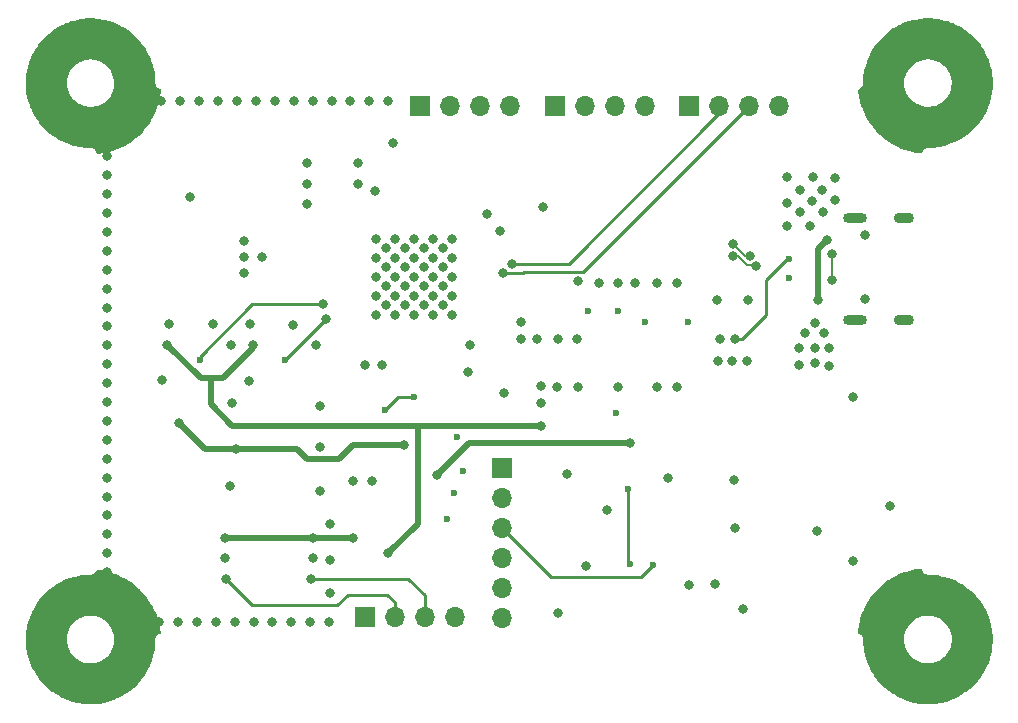
<source format=gbr>
%TF.GenerationSoftware,KiCad,Pcbnew,(6.0.4)*%
%TF.CreationDate,2023-02-18T15:55:05+01:00*%
%TF.ProjectId,Apollo - DSP,41706f6c-6c6f-4202-9d20-4453502e6b69,rev?*%
%TF.SameCoordinates,Original*%
%TF.FileFunction,Copper,L3,Inr*%
%TF.FilePolarity,Positive*%
%FSLAX46Y46*%
G04 Gerber Fmt 4.6, Leading zero omitted, Abs format (unit mm)*
G04 Created by KiCad (PCBNEW (6.0.4)) date 2023-02-18 15:55:05*
%MOMM*%
%LPD*%
G01*
G04 APERTURE LIST*
%TA.AperFunction,ComponentPad*%
%ADD10R,1.700000X1.700000*%
%TD*%
%TA.AperFunction,ComponentPad*%
%ADD11O,1.700000X1.700000*%
%TD*%
%TA.AperFunction,ComponentPad*%
%ADD12O,1.700000X0.900000*%
%TD*%
%TA.AperFunction,ComponentPad*%
%ADD13O,2.000000X0.900000*%
%TD*%
%TA.AperFunction,ViaPad*%
%ADD14C,0.800000*%
%TD*%
%TA.AperFunction,ViaPad*%
%ADD15C,0.600000*%
%TD*%
%TA.AperFunction,Conductor*%
%ADD16C,0.254000*%
%TD*%
%TA.AperFunction,Conductor*%
%ADD17C,0.508000*%
%TD*%
%TA.AperFunction,Conductor*%
%ADD18C,0.200000*%
%TD*%
G04 APERTURE END LIST*
D10*
%TO.N,3.3V*%
%TO.C,J7*%
X86700000Y-110650000D03*
D11*
%TO.N,MOSI*%
X86700000Y-113190000D03*
%TO.N,MISO*%
X86700000Y-115730000D03*
%TO.N,SCLK*%
X86700000Y-118270000D03*
%TO.N,CONN_nCS*%
X86700000Y-120810000D03*
%TO.N,GND*%
X86700000Y-123350000D03*
%TD*%
D12*
%TO.N,unconnected-(J1-PadS1)*%
%TO.C,J1*%
X120765000Y-89480000D03*
D13*
X116595000Y-89480000D03*
D12*
X120765000Y-98120000D03*
D13*
X116595000Y-98120000D03*
%TD*%
D10*
%TO.N,3.3V*%
%TO.C,J5*%
X102600000Y-80000000D03*
D11*
%TO.N,Rx*%
X105140000Y-80000000D03*
%TO.N,Tx*%
X107680000Y-80000000D03*
%TO.N,GND*%
X110220000Y-80000000D03*
%TD*%
D10*
%TO.N,+3.3VA*%
%TO.C,J6*%
X75100000Y-123300000D03*
D11*
%TO.N,CH0_IN*%
X77640000Y-123300000D03*
%TO.N,CH1_IN*%
X80180000Y-123300000D03*
%TO.N,GND*%
X82720000Y-123300000D03*
%TD*%
D10*
%TO.N,3.3V*%
%TO.C,J4*%
X79820000Y-80000000D03*
D11*
%TO.N,SDA*%
X82360000Y-80000000D03*
%TO.N,SCL*%
X84900000Y-80000000D03*
%TO.N,GND*%
X87440000Y-80000000D03*
%TD*%
D10*
%TO.N,3.3V*%
%TO.C,J2*%
X91200000Y-80000000D03*
D11*
%TO.N,SWCLK*%
X93740000Y-80000000D03*
%TO.N,SWDIO*%
X96280000Y-80000000D03*
%TO.N,GND*%
X98820000Y-80000000D03*
%TD*%
D14*
%TO.N,GND*%
X76100000Y-94500000D03*
X77700000Y-96100000D03*
X116430000Y-118570000D03*
X93125000Y-103787500D03*
X86900000Y-104300000D03*
X81700000Y-95300000D03*
X53300000Y-101900000D03*
X119676371Y-81294459D03*
X76900000Y-93700000D03*
X80900000Y-94500000D03*
X114400000Y-102022500D03*
X53300000Y-114700000D03*
X53300000Y-90700000D03*
X79300000Y-92900000D03*
X112800000Y-90222500D03*
X122876371Y-73594459D03*
X114900000Y-88022500D03*
X53300000Y-108300000D03*
X64300000Y-79600000D03*
X81700000Y-93700000D03*
X125900000Y-121900000D03*
X53300000Y-105100000D03*
X118376371Y-78094459D03*
X71300000Y-112600000D03*
X80900000Y-91300000D03*
X113400000Y-116000000D03*
X54805541Y-125176371D03*
X77700000Y-91300000D03*
X79300000Y-92900000D03*
X80900000Y-92900000D03*
X100800000Y-111500000D03*
X79300000Y-96100000D03*
X82500000Y-97700000D03*
X102600000Y-120600000D03*
X65270000Y-103330000D03*
D15*
X82684197Y-112792851D03*
D14*
X53300000Y-95500000D03*
X48700000Y-74900000D03*
X111900000Y-100522500D03*
X77100000Y-79600000D03*
X80100000Y-95300000D03*
X53300000Y-95500000D03*
X79300000Y-91300000D03*
X70200000Y-88300000D03*
X53300000Y-100300000D03*
X112000000Y-89022500D03*
X79300000Y-97700000D03*
X80100000Y-96900000D03*
X63270000Y-118330000D03*
X119576371Y-74994459D03*
X82500000Y-92900000D03*
X65400000Y-98500000D03*
X80900000Y-92900000D03*
X80900000Y-97700000D03*
X79300000Y-92900000D03*
X79300000Y-94500000D03*
X51900000Y-128100000D03*
X78500000Y-96900000D03*
X106400000Y-111700000D03*
X53300000Y-93900000D03*
X78500000Y-92100000D03*
X62700000Y-79600000D03*
X78500000Y-95300000D03*
X70700000Y-79600000D03*
X60300000Y-87700000D03*
X54800000Y-78100000D03*
X71300000Y-108900000D03*
X77700000Y-91300000D03*
X53300000Y-111500000D03*
X48700000Y-122000000D03*
X67300000Y-123700000D03*
X48800000Y-128500000D03*
X82500000Y-94500000D03*
X77700000Y-97700000D03*
X79300000Y-96100000D03*
X77700000Y-94500000D03*
X122776371Y-129694459D03*
D15*
X94037500Y-97412500D03*
D14*
X59500000Y-79600000D03*
X53300000Y-92300000D03*
X62500000Y-123700000D03*
X122900000Y-75200000D03*
X112950000Y-88072500D03*
D15*
X111000000Y-94622500D03*
D14*
X93875000Y-118975000D03*
X76100000Y-94500000D03*
X76100000Y-92900000D03*
X77100000Y-79600000D03*
X77700000Y-96100000D03*
D15*
X96525000Y-97412500D03*
D14*
X70770000Y-118330000D03*
X82500000Y-96100000D03*
X113850000Y-87172500D03*
X48800000Y-81400000D03*
X90000000Y-103750000D03*
X119600000Y-113900000D03*
X106212500Y-101587500D03*
X110900000Y-86022500D03*
X48994459Y-125223629D03*
X80100000Y-93700000D03*
X80900000Y-94500000D03*
X117497536Y-90997536D03*
X73900000Y-79600000D03*
X107100000Y-122600000D03*
X107537500Y-96487500D03*
X80900000Y-94500000D03*
X55100000Y-128400000D03*
X55100000Y-122000000D03*
X116420000Y-104680000D03*
X73900000Y-79600000D03*
X80900000Y-96100000D03*
X125800000Y-78100000D03*
X76100000Y-92900000D03*
X126000000Y-128400000D03*
X51876371Y-122294459D03*
X76900000Y-92100000D03*
X90000000Y-105150000D03*
X98025000Y-95012500D03*
X104937500Y-96487500D03*
X72100000Y-123700000D03*
X51900000Y-120700000D03*
X76100000Y-91300000D03*
X76100000Y-96100000D03*
X64900000Y-92800000D03*
X53300000Y-85900000D03*
X77700000Y-94500000D03*
X71300000Y-105400000D03*
X92200000Y-111200000D03*
X55100000Y-74900000D03*
X69100000Y-79600000D03*
X114400000Y-100522500D03*
X53300000Y-98700000D03*
X57970000Y-103230000D03*
X101525000Y-95012500D03*
X77700000Y-92900000D03*
X80900000Y-91300000D03*
X99825000Y-95012500D03*
X114000000Y-99222500D03*
X113900000Y-89022500D03*
X94925000Y-95012500D03*
X53300000Y-89100000D03*
X118300000Y-125200000D03*
X76100000Y-97700000D03*
X61100000Y-79600000D03*
X66413864Y-92796187D03*
X110900000Y-90222500D03*
X126076371Y-81294459D03*
X64100000Y-123700000D03*
X81700000Y-92100000D03*
X120000000Y-78100000D03*
X64900000Y-91500000D03*
X76000000Y-87200000D03*
X53300000Y-105100000D03*
X64300000Y-79600000D03*
X59300000Y-123700000D03*
X80900000Y-97700000D03*
X79300000Y-91300000D03*
X76100000Y-96100000D03*
X53300000Y-98700000D03*
X77700000Y-94500000D03*
X62300000Y-98500000D03*
X77700000Y-92900000D03*
X77700000Y-97700000D03*
X79300000Y-94500000D03*
X86600000Y-90600000D03*
X80900000Y-92900000D03*
X76900000Y-96900000D03*
X72300000Y-79600000D03*
X53300000Y-116300000D03*
X122876371Y-82594459D03*
X47400000Y-125200000D03*
X60900000Y-123700000D03*
X96525000Y-103787500D03*
D15*
X83400000Y-110900000D03*
D14*
X77700000Y-96100000D03*
X111900000Y-101922500D03*
X79300000Y-96100000D03*
X74100000Y-111772500D03*
X114900000Y-86122500D03*
X112350000Y-99272500D03*
X53300000Y-97100000D03*
X79300000Y-92900000D03*
X79300000Y-96100000D03*
X81700000Y-96900000D03*
X72200000Y-118500000D03*
X65700000Y-123700000D03*
X77700000Y-96100000D03*
X113200000Y-98422500D03*
X63900000Y-105200000D03*
X104800000Y-120500000D03*
X113200000Y-101822500D03*
D15*
X82900000Y-108100000D03*
X82100000Y-115000000D03*
D14*
X127376371Y-78094459D03*
X75500000Y-79600000D03*
X53300000Y-93900000D03*
X119600000Y-122000000D03*
X122776371Y-122294459D03*
X53300000Y-92300000D03*
X53300000Y-97100000D03*
X77700000Y-92900000D03*
X70700000Y-79600000D03*
X70200000Y-86600000D03*
X58500000Y-98500000D03*
X75500000Y-79600000D03*
X80900000Y-92900000D03*
X57900000Y-79600000D03*
X80100000Y-92100000D03*
X53300000Y-119500000D03*
X119600000Y-128400000D03*
X67500000Y-79600000D03*
X101525000Y-103787500D03*
X64300000Y-79600000D03*
X56400000Y-78100000D03*
X51876371Y-129694459D03*
X48994459Y-78123629D03*
X93125000Y-94812500D03*
X70700000Y-79600000D03*
X117500000Y-96400000D03*
X78500000Y-93700000D03*
X70500000Y-123700000D03*
X122900000Y-81000000D03*
X64900000Y-94200000D03*
X113100000Y-86022500D03*
X79300000Y-97700000D03*
X107512500Y-101587500D03*
X79300000Y-94500000D03*
X51900000Y-81000000D03*
X72200000Y-115400000D03*
X125700000Y-125200000D03*
X126076371Y-74894459D03*
X77100000Y-79600000D03*
X80900000Y-96100000D03*
X77700000Y-92900000D03*
X53300000Y-84300000D03*
X122800000Y-128100000D03*
X82500000Y-92900000D03*
X91500000Y-123000000D03*
X63700000Y-112200000D03*
X80900000Y-96100000D03*
D15*
X96425000Y-105987500D03*
D14*
X99825000Y-103787500D03*
X113200000Y-100522500D03*
X63770000Y-100230000D03*
X77700000Y-94500000D03*
X53300000Y-90700000D03*
X72300000Y-79600000D03*
X79300000Y-94500000D03*
X75700000Y-111772500D03*
X69000000Y-98600000D03*
X56400000Y-125200000D03*
X57700000Y-123700000D03*
X80900000Y-94500000D03*
X91425000Y-103787500D03*
X77500000Y-83200000D03*
X53300000Y-106700000D03*
X110900000Y-88222500D03*
X83862500Y-102562500D03*
X47400000Y-78100000D03*
X53300000Y-87500000D03*
X127294459Y-125223629D03*
X96525000Y-95012500D03*
X53300000Y-109900000D03*
X112000000Y-87122500D03*
X119894459Y-125223629D03*
X72200000Y-121300000D03*
X70200000Y-84900000D03*
X53300000Y-117900000D03*
X65900000Y-79600000D03*
X51900000Y-82600000D03*
X70970000Y-100230000D03*
X104987500Y-101587500D03*
X76900000Y-95300000D03*
X53300000Y-103500000D03*
X82500000Y-91300000D03*
X51876371Y-75194459D03*
X82500000Y-96100000D03*
X75100000Y-102000000D03*
X53300000Y-113100000D03*
X68900000Y-123700000D03*
X51900000Y-73600000D03*
X55100000Y-81300000D03*
X82500000Y-94500000D03*
X80900000Y-96100000D03*
X122800000Y-120700000D03*
D15*
%TO.N,+5V*%
X102510000Y-98312500D03*
X111000000Y-93022500D03*
X98812500Y-98325000D03*
D14*
X105200000Y-99722500D03*
X106500000Y-99722500D03*
%TO.N,3.3V*%
X93100000Y-99800000D03*
X90200000Y-88600000D03*
X91500000Y-99800000D03*
X85500000Y-89200000D03*
X74500000Y-84900000D03*
X106500000Y-115724500D03*
X84000000Y-100300000D03*
X95600000Y-114200000D03*
X76600000Y-102000000D03*
X74500000Y-86600000D03*
X88300000Y-99722500D03*
X89700000Y-99722500D03*
X88300000Y-98322500D03*
%TO.N,VAA*%
X70770000Y-116630000D03*
X74100000Y-116572500D03*
X63270000Y-116630000D03*
%TO.N,+5VA*%
X97600000Y-108600000D03*
X78400000Y-108700000D03*
X81200000Y-111300000D03*
X64200000Y-109100000D03*
X59400000Y-106900000D03*
%TO.N,+3.3VA*%
X77100000Y-117900000D03*
X65670000Y-100230000D03*
X90000000Y-107100000D03*
X58370000Y-100230000D03*
%TO.N,USB_CONN_-*%
X114700000Y-94749500D03*
X114700000Y-92600000D03*
%TO.N,CH1_IN*%
X70600000Y-120100000D03*
%TO.N,CH0_IN*%
X63400000Y-120100000D03*
%TO.N,USB_D-*%
X106300000Y-92700000D03*
X108200000Y-93600000D03*
%TO.N,USB_D+*%
X106300000Y-91700497D03*
X107712770Y-92723527D03*
%TO.N,ADC_CH1_IN*%
X71800000Y-98100000D03*
D15*
X68332500Y-101567500D03*
D14*
%TO.N,ADC_CH0_IN*%
X71600000Y-96800000D03*
D15*
X61122500Y-101582500D03*
%TO.N,MISO*%
X99500000Y-118900000D03*
D14*
%TO.N,Rx*%
X87606930Y-93408910D03*
%TO.N,Tx*%
X86800000Y-94200000D03*
%TO.N,/POW*%
X114225000Y-91400000D03*
X113500000Y-96422500D03*
D15*
%TO.N,RAM_nCS*%
X97400000Y-112500000D03*
X97600000Y-118800000D03*
%TO.N,CONN_nCS*%
X79276500Y-104681286D03*
X76800000Y-105800000D03*
%TD*%
D16*
%TO.N,+5V*%
X109100000Y-97700000D02*
X107077500Y-99722500D01*
X110877500Y-93022500D02*
X109100000Y-94800000D01*
X109100000Y-94800000D02*
X109100000Y-97700000D01*
X107077500Y-99722500D02*
X106500000Y-99722500D01*
X111000000Y-93022500D02*
X110877500Y-93022500D01*
D17*
%TO.N,VAA*%
X70827500Y-116572500D02*
X70770000Y-116630000D01*
X74100000Y-116572500D02*
X70827500Y-116572500D01*
X70770000Y-116630000D02*
X63270000Y-116630000D01*
%TO.N,+5VA*%
X72900000Y-109900000D02*
X74100000Y-108700000D01*
X69400000Y-109100000D02*
X70200000Y-109900000D01*
X59400000Y-106900000D02*
X61600000Y-109100000D01*
X81200000Y-111300000D02*
X83900000Y-108600000D01*
X70200000Y-109900000D02*
X72900000Y-109900000D01*
X83900000Y-108600000D02*
X97600000Y-108600000D01*
X61600000Y-109100000D02*
X64200000Y-109100000D01*
X74100000Y-108700000D02*
X78400000Y-108700000D01*
X64200000Y-109100000D02*
X69400000Y-109100000D01*
%TO.N,+3.3VA*%
X90000000Y-107100000D02*
X79500000Y-107100000D01*
X58370000Y-100230000D02*
X61240000Y-103100000D01*
X79600000Y-107200000D02*
X79500000Y-107100000D01*
X62100000Y-105300000D02*
X62100000Y-103100000D01*
X65670000Y-100530000D02*
X65670000Y-100230000D01*
X63100000Y-103100000D02*
X65670000Y-100530000D01*
X62000000Y-103100000D02*
X62100000Y-103100000D01*
X79500000Y-107100000D02*
X63900000Y-107100000D01*
X79600000Y-115400000D02*
X79600000Y-107200000D01*
X77100000Y-117900000D02*
X79600000Y-115400000D01*
X63900000Y-107100000D02*
X62100000Y-105300000D01*
X61240000Y-103100000D02*
X62000000Y-103100000D01*
X62100000Y-103100000D02*
X63100000Y-103100000D01*
D18*
%TO.N,USB_CONN_-*%
X114700000Y-92600000D02*
X114700000Y-94749500D01*
D16*
%TO.N,CH1_IN*%
X78800000Y-120100000D02*
X70600000Y-120100000D01*
X80180000Y-123300000D02*
X80180000Y-121480000D01*
X80180000Y-121480000D02*
X78800000Y-120100000D01*
%TO.N,CH0_IN*%
X77000000Y-121400000D02*
X73700000Y-121400000D01*
X77640000Y-123300000D02*
X77640000Y-122040000D01*
X73700000Y-121400000D02*
X72800000Y-122300000D01*
X77640000Y-122040000D02*
X77000000Y-121400000D01*
X72800000Y-122300000D02*
X65600000Y-122300000D01*
X65600000Y-122300000D02*
X63400000Y-120100000D01*
D18*
%TO.N,USB_D-*%
X106699984Y-92700000D02*
X106300000Y-92700000D01*
X108100000Y-93500000D02*
X107499984Y-93500000D01*
X107499984Y-93500000D02*
X106699984Y-92700000D01*
%TO.N,USB_D+*%
X107712770Y-92723527D02*
X107323030Y-92723527D01*
X107323030Y-92723527D02*
X106300000Y-91700497D01*
D16*
%TO.N,ADC_CH1_IN*%
X71800000Y-98100000D02*
X68332500Y-101567500D01*
%TO.N,ADC_CH0_IN*%
X71600000Y-96800000D02*
X65600000Y-96800000D01*
X65600000Y-96800000D02*
X61122500Y-101277500D01*
X61122500Y-101277500D02*
X61122500Y-101582500D01*
%TO.N,MISO*%
X90870000Y-119900000D02*
X98500000Y-119900000D01*
X98500000Y-119900000D02*
X99500000Y-118900000D01*
X86700000Y-115730000D02*
X90870000Y-119900000D01*
%TO.N,Rx*%
X105140000Y-80660000D02*
X105140000Y-80000000D01*
X92391090Y-93408910D02*
X105140000Y-80660000D01*
X87606930Y-93408910D02*
X92391090Y-93408910D01*
%TO.N,Tx*%
X86800000Y-94200000D02*
X88500000Y-94200000D01*
X88614011Y-94085989D02*
X93594011Y-94085989D01*
X93594011Y-94085989D02*
X107680000Y-80000000D01*
X88500000Y-94200000D02*
X88614011Y-94085989D01*
D17*
%TO.N,/POW*%
X113500000Y-96422500D02*
X113500000Y-92125000D01*
X113500000Y-92125000D02*
X114225000Y-91400000D01*
D16*
%TO.N,RAM_nCS*%
X97400000Y-118600000D02*
X97400000Y-112500000D01*
X97600000Y-118800000D02*
X97400000Y-118600000D01*
%TO.N,CONN_nCS*%
X76800000Y-105800000D02*
X77918714Y-104681286D01*
X77918714Y-104681286D02*
X79276500Y-104681286D01*
%TD*%
%TA.AperFunction,Conductor*%
%TO.N,GND*%
G36*
X52579550Y-119335604D02*
G01*
X52651493Y-119341772D01*
X52661518Y-119343038D01*
X52747154Y-119357369D01*
X53124249Y-119420474D01*
X53134148Y-119422542D01*
X53589186Y-119536839D01*
X53598888Y-119539695D01*
X54043274Y-119690112D01*
X54052716Y-119693736D01*
X54265610Y-119785422D01*
X54483638Y-119879320D01*
X54492741Y-119883682D01*
X54907375Y-120103219D01*
X54916116Y-120108306D01*
X55311806Y-120360389D01*
X55320110Y-120366160D01*
X55552727Y-120542086D01*
X55694325Y-120649176D01*
X55702128Y-120655586D01*
X55987730Y-120910048D01*
X56052423Y-120967687D01*
X56059698Y-120974712D01*
X56383838Y-121313906D01*
X56390526Y-121321492D01*
X56649079Y-121639640D01*
X56686419Y-121685587D01*
X56692473Y-121693679D01*
X56958221Y-122080346D01*
X56963602Y-122088892D01*
X57197481Y-122495621D01*
X57202166Y-122504583D01*
X57402662Y-122928734D01*
X57406610Y-122938034D01*
X57572455Y-123376930D01*
X57575646Y-123386524D01*
X57679376Y-123745900D01*
X57705752Y-123837283D01*
X57708165Y-123847105D01*
X57801704Y-124306869D01*
X57803320Y-124316851D01*
X57834605Y-124575372D01*
X57822932Y-124645400D01*
X57775251Y-124698002D01*
X57755693Y-124706657D01*
X57755813Y-124706920D01*
X57732438Y-124717548D01*
X57714914Y-124723996D01*
X57690229Y-124731051D01*
X57682635Y-124735843D01*
X57682632Y-124735844D01*
X57665220Y-124746830D01*
X57650137Y-124754969D01*
X57623218Y-124767208D01*
X57616416Y-124773069D01*
X57603765Y-124783970D01*
X57588761Y-124795073D01*
X57567042Y-124808776D01*
X57561103Y-124815501D01*
X57561099Y-124815504D01*
X57547468Y-124830938D01*
X57535276Y-124842982D01*
X57519673Y-124856427D01*
X57519671Y-124856430D01*
X57512873Y-124862287D01*
X57507993Y-124869816D01*
X57507992Y-124869817D01*
X57498906Y-124883835D01*
X57487615Y-124898709D01*
X57476569Y-124911217D01*
X57470622Y-124917951D01*
X57466478Y-124926778D01*
X57458058Y-124944711D01*
X57449737Y-124959691D01*
X57438529Y-124976983D01*
X57438527Y-124976988D01*
X57433648Y-124984515D01*
X57431078Y-124993108D01*
X57431076Y-124993113D01*
X57426289Y-125009120D01*
X57419628Y-125026564D01*
X57408719Y-125049800D01*
X57407338Y-125058667D01*
X57407338Y-125058668D01*
X57404170Y-125079015D01*
X57400387Y-125095732D01*
X57394485Y-125115466D01*
X57394484Y-125115472D01*
X57391914Y-125124066D01*
X57391859Y-125133038D01*
X57391859Y-125133039D01*
X57391757Y-125149740D01*
X57390259Y-125168354D01*
X57387690Y-125184850D01*
X57387690Y-125184855D01*
X57386309Y-125193724D01*
X57389027Y-125214510D01*
X57389979Y-125236140D01*
X57373280Y-125632792D01*
X57372292Y-125656253D01*
X57371403Y-125666804D01*
X57356291Y-125785895D01*
X57314578Y-126114603D01*
X57312802Y-126125053D01*
X57218546Y-126566464D01*
X57215898Y-126576728D01*
X57087173Y-127001077D01*
X57084878Y-127008641D01*
X57081379Y-127018643D01*
X57030831Y-127145688D01*
X56914507Y-127438050D01*
X56910177Y-127447725D01*
X56708658Y-127851594D01*
X56703531Y-127860871D01*
X56468772Y-128246386D01*
X56462883Y-128255199D01*
X56373302Y-128377773D01*
X56196553Y-128619618D01*
X56189960Y-128627886D01*
X55893932Y-128968642D01*
X55886650Y-128976344D01*
X55563048Y-129290993D01*
X55555145Y-129298056D01*
X55206231Y-129584403D01*
X55197761Y-129590777D01*
X54826028Y-129846774D01*
X54817057Y-129852412D01*
X54425106Y-130076268D01*
X54415692Y-130081131D01*
X54006305Y-130271255D01*
X53996529Y-130275304D01*
X53845810Y-130330428D01*
X53572624Y-130430342D01*
X53562525Y-130433561D01*
X53127095Y-130552419D01*
X53116761Y-130554778D01*
X52954313Y-130584729D01*
X52672862Y-130636621D01*
X52662375Y-130638100D01*
X52486018Y-130655470D01*
X52213198Y-130682340D01*
X52202615Y-130682935D01*
X51971188Y-130686181D01*
X51751273Y-130689266D01*
X51740691Y-130688968D01*
X51536640Y-130674636D01*
X51290449Y-130657343D01*
X51279916Y-130656157D01*
X50916572Y-130599653D01*
X50833898Y-130586796D01*
X50823509Y-130584730D01*
X50384898Y-130478126D01*
X50374725Y-130475195D01*
X50158523Y-130402930D01*
X49946646Y-130332110D01*
X49936743Y-130328330D01*
X49768812Y-130255996D01*
X49522190Y-130149766D01*
X49512658Y-130145175D01*
X49114582Y-129932398D01*
X49105464Y-129927021D01*
X48726667Y-129681531D01*
X48718028Y-129675400D01*
X48652175Y-129624378D01*
X48361226Y-129398956D01*
X48353132Y-129392121D01*
X48243115Y-129290993D01*
X48020822Y-129086661D01*
X48013339Y-129079178D01*
X47707874Y-128746863D01*
X47701040Y-128738769D01*
X47557149Y-128553050D01*
X47424597Y-128381967D01*
X47418466Y-128373328D01*
X47172983Y-127994542D01*
X47167598Y-127985412D01*
X46954825Y-127587342D01*
X46950230Y-127577801D01*
X46771670Y-127163257D01*
X46767890Y-127153354D01*
X46670647Y-126862424D01*
X46624805Y-126725275D01*
X46621872Y-126715096D01*
X46617243Y-126696048D01*
X46515270Y-126276491D01*
X46513203Y-126266099D01*
X46443843Y-125820084D01*
X46442657Y-125809551D01*
X46417565Y-125452320D01*
X46411032Y-125359309D01*
X46410734Y-125348721D01*
X46412264Y-125239686D01*
X46413116Y-125178918D01*
X49886917Y-125178918D01*
X49887334Y-125186156D01*
X49902682Y-125452320D01*
X49955405Y-125721053D01*
X49956792Y-125725103D01*
X49956793Y-125725108D01*
X50042723Y-125976088D01*
X50044112Y-125980144D01*
X50073238Y-126038054D01*
X50142837Y-126176437D01*
X50167160Y-126224799D01*
X50169586Y-126228328D01*
X50169589Y-126228334D01*
X50319843Y-126446953D01*
X50322274Y-126450490D01*
X50506582Y-126653043D01*
X50716675Y-126828707D01*
X50720316Y-126830991D01*
X50945024Y-126971951D01*
X50945028Y-126971953D01*
X50948664Y-126974234D01*
X51016544Y-127004883D01*
X51194345Y-127085164D01*
X51194349Y-127085166D01*
X51198257Y-127086930D01*
X51202377Y-127088150D01*
X51202376Y-127088150D01*
X51456723Y-127163491D01*
X51456727Y-127163492D01*
X51460836Y-127164709D01*
X51465070Y-127165357D01*
X51465075Y-127165358D01*
X51727298Y-127205483D01*
X51727300Y-127205483D01*
X51731540Y-127206132D01*
X51870912Y-127208322D01*
X52001071Y-127210367D01*
X52001077Y-127210367D01*
X52005362Y-127210434D01*
X52277235Y-127177534D01*
X52542127Y-127108041D01*
X52546087Y-127106401D01*
X52546092Y-127106399D01*
X52753708Y-127020401D01*
X52795136Y-127003241D01*
X53031582Y-126865073D01*
X53247089Y-126696094D01*
X53288809Y-126653043D01*
X53372709Y-126566464D01*
X53437669Y-126499431D01*
X53440202Y-126495983D01*
X53440206Y-126495978D01*
X53597257Y-126282178D01*
X53599795Y-126278723D01*
X53627154Y-126228334D01*
X53728418Y-126041830D01*
X53728419Y-126041828D01*
X53730468Y-126038054D01*
X53812832Y-125820084D01*
X53825751Y-125785895D01*
X53825752Y-125785891D01*
X53827269Y-125781877D01*
X53868173Y-125603279D01*
X53887449Y-125519117D01*
X53887450Y-125519113D01*
X53888407Y-125514933D01*
X53896910Y-125419665D01*
X53912531Y-125244627D01*
X53912531Y-125244625D01*
X53912751Y-125242161D01*
X53913166Y-125202626D01*
X53913167Y-125202484D01*
X53913167Y-125202483D01*
X53913193Y-125200000D01*
X53908440Y-125130279D01*
X53894859Y-124931055D01*
X53894858Y-124931049D01*
X53894567Y-124926778D01*
X53891345Y-124911217D01*
X53855026Y-124735844D01*
X53839032Y-124658612D01*
X53747617Y-124400465D01*
X53622013Y-124157112D01*
X53612040Y-124142921D01*
X53499813Y-123983239D01*
X53464545Y-123933057D01*
X53278125Y-123732445D01*
X53274810Y-123729731D01*
X53274806Y-123729728D01*
X53069523Y-123561706D01*
X53066205Y-123558990D01*
X52832704Y-123415901D01*
X52828768Y-123414173D01*
X52585873Y-123307549D01*
X52585869Y-123307548D01*
X52581945Y-123305825D01*
X52318566Y-123230800D01*
X52314324Y-123230196D01*
X52314318Y-123230195D01*
X52113834Y-123201662D01*
X52047443Y-123192213D01*
X51903589Y-123191460D01*
X51777877Y-123190802D01*
X51777871Y-123190802D01*
X51773591Y-123190780D01*
X51769347Y-123191339D01*
X51769343Y-123191339D01*
X51650302Y-123207011D01*
X51502078Y-123226525D01*
X51497938Y-123227658D01*
X51497936Y-123227658D01*
X51425008Y-123247609D01*
X51237928Y-123298788D01*
X51233980Y-123300472D01*
X50989982Y-123404546D01*
X50989978Y-123404548D01*
X50986030Y-123406232D01*
X50966125Y-123418145D01*
X50754725Y-123544664D01*
X50754721Y-123544667D01*
X50751043Y-123546868D01*
X50537318Y-123718094D01*
X50348808Y-123916742D01*
X50189002Y-124139136D01*
X50060857Y-124381161D01*
X50059385Y-124385184D01*
X50059383Y-124385188D01*
X50016872Y-124501355D01*
X49966743Y-124638337D01*
X49908404Y-124905907D01*
X49886917Y-125178918D01*
X46413116Y-125178918D01*
X46415041Y-125041676D01*
X46417065Y-124897385D01*
X46417660Y-124886802D01*
X46455623Y-124501355D01*
X46461900Y-124437625D01*
X46463380Y-124427133D01*
X46485554Y-124306869D01*
X46545222Y-123983239D01*
X46547581Y-123972905D01*
X46666439Y-123537475D01*
X46669658Y-123527376D01*
X46824692Y-123103480D01*
X46828748Y-123093687D01*
X47018867Y-122684311D01*
X47023732Y-122674894D01*
X47071256Y-122591684D01*
X47247588Y-122282943D01*
X47253226Y-122273972D01*
X47509223Y-121902239D01*
X47515597Y-121893769D01*
X47801944Y-121544855D01*
X47809007Y-121536952D01*
X48123656Y-121213350D01*
X48131358Y-121206068D01*
X48472114Y-120910040D01*
X48480382Y-120903447D01*
X48711178Y-120734773D01*
X48844801Y-120637117D01*
X48853614Y-120631228D01*
X49239129Y-120396469D01*
X49248406Y-120391342D01*
X49652275Y-120189823D01*
X49661950Y-120185493D01*
X50081354Y-120018622D01*
X50091355Y-120015123D01*
X50523272Y-119884102D01*
X50533536Y-119881454D01*
X50974947Y-119787198D01*
X50985397Y-119785422D01*
X51066149Y-119775175D01*
X51433196Y-119728597D01*
X51443736Y-119727709D01*
X51669822Y-119718191D01*
X51856403Y-119710336D01*
X51881084Y-119711723D01*
X51884852Y-119712310D01*
X51884855Y-119712310D01*
X51893724Y-119713691D01*
X51923050Y-119709856D01*
X51940143Y-119708795D01*
X51969721Y-119708976D01*
X51994404Y-119701921D01*
X52012692Y-119698134D01*
X52015651Y-119697747D01*
X52038152Y-119694805D01*
X52046364Y-119691192D01*
X52046366Y-119691191D01*
X52065226Y-119682892D01*
X52081338Y-119677075D01*
X52109771Y-119668949D01*
X52131489Y-119655245D01*
X52147972Y-119646482D01*
X52163258Y-119639756D01*
X52163257Y-119639756D01*
X52171474Y-119636141D01*
X52194109Y-119617114D01*
X52207950Y-119607003D01*
X52225365Y-119596015D01*
X52225367Y-119596014D01*
X52232958Y-119591224D01*
X52249953Y-119571981D01*
X52263313Y-119558943D01*
X52282973Y-119542417D01*
X52287944Y-119534950D01*
X52287948Y-119534945D01*
X52299365Y-119517793D01*
X52309803Y-119504214D01*
X52329378Y-119482049D01*
X52340289Y-119458810D01*
X52349451Y-119442547D01*
X52363684Y-119421166D01*
X52366362Y-119412595D01*
X52370224Y-119404498D01*
X52372423Y-119405547D01*
X52404569Y-119357369D01*
X52469647Y-119328991D01*
X52496194Y-119328458D01*
X52579550Y-119335604D01*
G37*
%TD.AperFunction*%
%TD*%
%TA.AperFunction,Conductor*%
%TO.N,GND*%
G36*
X51971188Y-72613819D02*
G01*
X52202615Y-72617065D01*
X52213198Y-72617660D01*
X52467001Y-72642657D01*
X52662375Y-72661900D01*
X52672862Y-72663379D01*
X52943097Y-72713203D01*
X53116761Y-72745222D01*
X53127095Y-72747581D01*
X53562525Y-72866439D01*
X53572624Y-72869658D01*
X53806125Y-72955058D01*
X53996529Y-73024696D01*
X54006305Y-73028745D01*
X54272415Y-73152329D01*
X54415689Y-73218867D01*
X54425102Y-73223730D01*
X54677002Y-73367598D01*
X54817053Y-73447586D01*
X54826028Y-73453226D01*
X55197761Y-73709223D01*
X55206231Y-73715597D01*
X55555145Y-74001944D01*
X55563048Y-74009007D01*
X55886650Y-74323656D01*
X55893928Y-74331354D01*
X56189960Y-74672114D01*
X56196553Y-74680382D01*
X56351093Y-74891838D01*
X56462883Y-75044801D01*
X56468772Y-75053614D01*
X56703531Y-75439129D01*
X56708658Y-75448406D01*
X56910177Y-75852275D01*
X56914507Y-75861950D01*
X57006123Y-76092213D01*
X57048077Y-76197656D01*
X57081378Y-76281354D01*
X57084877Y-76291355D01*
X57183180Y-76615417D01*
X57215898Y-76723272D01*
X57218546Y-76733536D01*
X57312802Y-77174947D01*
X57314578Y-77185397D01*
X57361939Y-77558612D01*
X57371402Y-77633185D01*
X57372291Y-77643736D01*
X57379997Y-77826778D01*
X57389664Y-78056403D01*
X57388277Y-78081084D01*
X57387948Y-78083200D01*
X57386309Y-78093724D01*
X57390144Y-78123050D01*
X57391205Y-78140143D01*
X57391024Y-78169721D01*
X57393490Y-78178349D01*
X57398078Y-78194400D01*
X57401866Y-78212692D01*
X57405195Y-78238152D01*
X57408808Y-78246364D01*
X57408809Y-78246366D01*
X57417108Y-78265226D01*
X57422925Y-78281338D01*
X57431051Y-78309771D01*
X57444755Y-78331489D01*
X57453517Y-78347971D01*
X57463859Y-78371474D01*
X57469634Y-78378344D01*
X57482886Y-78394109D01*
X57492997Y-78407950D01*
X57497403Y-78414933D01*
X57508776Y-78432958D01*
X57515504Y-78438900D01*
X57528019Y-78449953D01*
X57541057Y-78463313D01*
X57557583Y-78482973D01*
X57565050Y-78487944D01*
X57565055Y-78487948D01*
X57582207Y-78499365D01*
X57595786Y-78509803D01*
X57617951Y-78529378D01*
X57626077Y-78533193D01*
X57626080Y-78533195D01*
X57641189Y-78540288D01*
X57657453Y-78549451D01*
X57678834Y-78563684D01*
X57707071Y-78572506D01*
X57723026Y-78578711D01*
X57749800Y-78591281D01*
X57758671Y-78592662D01*
X57762955Y-78593972D01*
X57822251Y-78633016D01*
X57851026Y-78697920D01*
X57851882Y-78722159D01*
X57849266Y-78764931D01*
X57848244Y-78774993D01*
X57782136Y-79239483D01*
X57780310Y-79249429D01*
X57677168Y-79707109D01*
X57674551Y-79716878D01*
X57535030Y-80164830D01*
X57531642Y-80174345D01*
X57356650Y-80609651D01*
X57352505Y-80618875D01*
X57249254Y-80825966D01*
X57153982Y-81017053D01*
X57143160Y-81038758D01*
X57138292Y-81047612D01*
X56895944Y-81449358D01*
X56890376Y-81457801D01*
X56616603Y-81838795D01*
X56610377Y-81846764D01*
X56306931Y-82204576D01*
X56300086Y-82212021D01*
X55968902Y-82544362D01*
X55961481Y-82551233D01*
X55604733Y-82855924D01*
X55596786Y-82862178D01*
X55392339Y-83010174D01*
X55216731Y-83137293D01*
X55208328Y-83142876D01*
X54974776Y-83284878D01*
X54807434Y-83386623D01*
X54798589Y-83391526D01*
X54379451Y-83602331D01*
X54370241Y-83606509D01*
X53935536Y-83783024D01*
X53926024Y-83786448D01*
X53830978Y-83816416D01*
X53478582Y-83927526D01*
X53468823Y-83930178D01*
X53011487Y-84034922D01*
X53001546Y-84036782D01*
X52543531Y-84103599D01*
X52473236Y-84093640D01*
X52419485Y-84047258D01*
X52404193Y-84013543D01*
X52400850Y-84001846D01*
X52397272Y-83985085D01*
X52394352Y-83964698D01*
X52393080Y-83955813D01*
X52382451Y-83932436D01*
X52376004Y-83914913D01*
X52371416Y-83898862D01*
X52368949Y-83890229D01*
X52364156Y-83882632D01*
X52353170Y-83865220D01*
X52345030Y-83850135D01*
X52332792Y-83823218D01*
X52316030Y-83803765D01*
X52304927Y-83788761D01*
X52291224Y-83767042D01*
X52284499Y-83761103D01*
X52284496Y-83761099D01*
X52269062Y-83747468D01*
X52257018Y-83735276D01*
X52243573Y-83719673D01*
X52243570Y-83719671D01*
X52237713Y-83712873D01*
X52216165Y-83698906D01*
X52201291Y-83687615D01*
X52188783Y-83676569D01*
X52188782Y-83676568D01*
X52182049Y-83670622D01*
X52155287Y-83658057D01*
X52140309Y-83649737D01*
X52123017Y-83638529D01*
X52123012Y-83638527D01*
X52115485Y-83633648D01*
X52106892Y-83631078D01*
X52106887Y-83631076D01*
X52090880Y-83626289D01*
X52073436Y-83619628D01*
X52058324Y-83612533D01*
X52058322Y-83612532D01*
X52050200Y-83608719D01*
X52041333Y-83607338D01*
X52041332Y-83607338D01*
X52031690Y-83605837D01*
X52020983Y-83604170D01*
X52004268Y-83600387D01*
X51984534Y-83594485D01*
X51984528Y-83594484D01*
X51975934Y-83591914D01*
X51966962Y-83591859D01*
X51966961Y-83591859D01*
X51950260Y-83591757D01*
X51931646Y-83590259D01*
X51915150Y-83587690D01*
X51915145Y-83587690D01*
X51906276Y-83586309D01*
X51885490Y-83589027D01*
X51863860Y-83589979D01*
X51443737Y-83572291D01*
X51433196Y-83571403D01*
X51066149Y-83524825D01*
X50985397Y-83514578D01*
X50974947Y-83512802D01*
X50533536Y-83418546D01*
X50523272Y-83415898D01*
X50426766Y-83386623D01*
X50091355Y-83284877D01*
X50081354Y-83281378D01*
X49661950Y-83114507D01*
X49652275Y-83110177D01*
X49248406Y-82908658D01*
X49239129Y-82903531D01*
X48853614Y-82668772D01*
X48844801Y-82662883D01*
X48692030Y-82551233D01*
X48480382Y-82396553D01*
X48472114Y-82389960D01*
X48131354Y-82093928D01*
X48123656Y-82086650D01*
X47809007Y-81763048D01*
X47801944Y-81755145D01*
X47557920Y-81457801D01*
X47515595Y-81406229D01*
X47509223Y-81397761D01*
X47253226Y-81026028D01*
X47247586Y-81017053D01*
X47023732Y-80625106D01*
X47018867Y-80615689D01*
X46828748Y-80206313D01*
X46824692Y-80196520D01*
X46791659Y-80106199D01*
X46748037Y-79986930D01*
X46669658Y-79772624D01*
X46666439Y-79762525D01*
X46547581Y-79327095D01*
X46545222Y-79316761D01*
X46463380Y-78872867D01*
X46461899Y-78862371D01*
X46457531Y-78818016D01*
X46435464Y-78593972D01*
X46417660Y-78413198D01*
X46417065Y-78402615D01*
X46413263Y-78131564D01*
X46412525Y-78078918D01*
X49886917Y-78078918D01*
X49887334Y-78086156D01*
X49902682Y-78352320D01*
X49955405Y-78621053D01*
X49956792Y-78625103D01*
X49956793Y-78625108D01*
X50042723Y-78876088D01*
X50044112Y-78880144D01*
X50073238Y-78938054D01*
X50142837Y-79076437D01*
X50167160Y-79124799D01*
X50169586Y-79128328D01*
X50169589Y-79128334D01*
X50302675Y-79321974D01*
X50322274Y-79350490D01*
X50506582Y-79553043D01*
X50716675Y-79728707D01*
X50720316Y-79730991D01*
X50945024Y-79871951D01*
X50945028Y-79871953D01*
X50948664Y-79874234D01*
X51016544Y-79904883D01*
X51194345Y-79985164D01*
X51194349Y-79985166D01*
X51198257Y-79986930D01*
X51202377Y-79988150D01*
X51202376Y-79988150D01*
X51456723Y-80063491D01*
X51456727Y-80063492D01*
X51460836Y-80064709D01*
X51465070Y-80065357D01*
X51465075Y-80065358D01*
X51727298Y-80105483D01*
X51727300Y-80105483D01*
X51731540Y-80106132D01*
X51870912Y-80108322D01*
X52001071Y-80110367D01*
X52001077Y-80110367D01*
X52005362Y-80110434D01*
X52277235Y-80077534D01*
X52542127Y-80008041D01*
X52546087Y-80006401D01*
X52546092Y-80006399D01*
X52668632Y-79955641D01*
X52795136Y-79903241D01*
X53018660Y-79772624D01*
X53027879Y-79767237D01*
X53027880Y-79767236D01*
X53031582Y-79765073D01*
X53247089Y-79596094D01*
X53288809Y-79553043D01*
X53434686Y-79402509D01*
X53437669Y-79399431D01*
X53440202Y-79395983D01*
X53440206Y-79395978D01*
X53597257Y-79182178D01*
X53599795Y-79178723D01*
X53627154Y-79128334D01*
X53728418Y-78941830D01*
X53728419Y-78941828D01*
X53730468Y-78938054D01*
X53786884Y-78788754D01*
X53825751Y-78685895D01*
X53825752Y-78685891D01*
X53827269Y-78681877D01*
X53857597Y-78549456D01*
X53887449Y-78419117D01*
X53887450Y-78419113D01*
X53888407Y-78414933D01*
X53889031Y-78407950D01*
X53912531Y-78144627D01*
X53912531Y-78144625D01*
X53912751Y-78142161D01*
X53912952Y-78123039D01*
X53913167Y-78102484D01*
X53913167Y-78102483D01*
X53913193Y-78100000D01*
X53912048Y-78083200D01*
X53894859Y-77831055D01*
X53894858Y-77831049D01*
X53894567Y-77826778D01*
X53839032Y-77558612D01*
X53747617Y-77300465D01*
X53622013Y-77057112D01*
X53612040Y-77042921D01*
X53467008Y-76836562D01*
X53464545Y-76833057D01*
X53394466Y-76757643D01*
X53281046Y-76635588D01*
X53281043Y-76635585D01*
X53278125Y-76632445D01*
X53274810Y-76629731D01*
X53274806Y-76629728D01*
X53069523Y-76461706D01*
X53066205Y-76458990D01*
X52832704Y-76315901D01*
X52828768Y-76314173D01*
X52585873Y-76207549D01*
X52585869Y-76207548D01*
X52581945Y-76205825D01*
X52318566Y-76130800D01*
X52314324Y-76130196D01*
X52314318Y-76130195D01*
X52113834Y-76101662D01*
X52047443Y-76092213D01*
X51903589Y-76091460D01*
X51777877Y-76090802D01*
X51777871Y-76090802D01*
X51773591Y-76090780D01*
X51769347Y-76091339D01*
X51769343Y-76091339D01*
X51650302Y-76107011D01*
X51502078Y-76126525D01*
X51497938Y-76127658D01*
X51497936Y-76127658D01*
X51464727Y-76136743D01*
X51237928Y-76198788D01*
X51233980Y-76200472D01*
X50989982Y-76304546D01*
X50989978Y-76304548D01*
X50986030Y-76306232D01*
X50966125Y-76318145D01*
X50754725Y-76444664D01*
X50754721Y-76444667D01*
X50751043Y-76446868D01*
X50537318Y-76618094D01*
X50348808Y-76816742D01*
X50189002Y-77039136D01*
X50060857Y-77281161D01*
X50059385Y-77285184D01*
X50059383Y-77285188D01*
X50016872Y-77401355D01*
X49966743Y-77538337D01*
X49908404Y-77805907D01*
X49886917Y-78078918D01*
X46412525Y-78078918D01*
X46410734Y-77951273D01*
X46411032Y-77940683D01*
X46418733Y-77831055D01*
X46432631Y-77633185D01*
X46442657Y-77490449D01*
X46443843Y-77479916D01*
X46509001Y-77060919D01*
X46513204Y-77033898D01*
X46515271Y-77023505D01*
X46561559Y-76833057D01*
X46621874Y-76584898D01*
X46624807Y-76574719D01*
X46662582Y-76461706D01*
X46713811Y-76308439D01*
X46767890Y-76146646D01*
X46771670Y-76136743D01*
X46950230Y-75722199D01*
X46954829Y-75712649D01*
X47096071Y-75448406D01*
X47167602Y-75314582D01*
X47172983Y-75305458D01*
X47418466Y-74926672D01*
X47424600Y-74918028D01*
X47444892Y-74891838D01*
X47701044Y-74561226D01*
X47707879Y-74553132D01*
X47911734Y-74331358D01*
X48013339Y-74220822D01*
X48020822Y-74213339D01*
X48353137Y-73907874D01*
X48361231Y-73901040D01*
X48604921Y-73712234D01*
X48718033Y-73624597D01*
X48726672Y-73618466D01*
X49105464Y-73372979D01*
X49114582Y-73367602D01*
X49512658Y-73154825D01*
X49522190Y-73150234D01*
X49813647Y-73024692D01*
X49936743Y-72971670D01*
X49946646Y-72967890D01*
X50245989Y-72867835D01*
X50374725Y-72824805D01*
X50384898Y-72821874D01*
X50823509Y-72715270D01*
X50833898Y-72713204D01*
X50944633Y-72695983D01*
X51279916Y-72643843D01*
X51290449Y-72642657D01*
X51536640Y-72625364D01*
X51740691Y-72611032D01*
X51751273Y-72610734D01*
X51971188Y-72613819D01*
G37*
%TD.AperFunction*%
%TD*%
%TA.AperFunction,Conductor*%
%TO.N,GND*%
G36*
X122959309Y-72611032D02*
G01*
X123163360Y-72625364D01*
X123409551Y-72642657D01*
X123420084Y-72643843D01*
X123755367Y-72695983D01*
X123866102Y-72713204D01*
X123876491Y-72715270D01*
X124315102Y-72821874D01*
X124325275Y-72824805D01*
X124454011Y-72867835D01*
X124753354Y-72967890D01*
X124763257Y-72971670D01*
X124886353Y-73024692D01*
X125177810Y-73150234D01*
X125187342Y-73154825D01*
X125585418Y-73367602D01*
X125594536Y-73372979D01*
X125973328Y-73618466D01*
X125981967Y-73624597D01*
X126095080Y-73712234D01*
X126338769Y-73901040D01*
X126346863Y-73907874D01*
X126679178Y-74213339D01*
X126686661Y-74220822D01*
X126788266Y-74331358D01*
X126992121Y-74553132D01*
X126998956Y-74561226D01*
X127255108Y-74891838D01*
X127275400Y-74918028D01*
X127281534Y-74926672D01*
X127527017Y-75305458D01*
X127532398Y-75314582D01*
X127603930Y-75448406D01*
X127745171Y-75712649D01*
X127749770Y-75722199D01*
X127928330Y-76136743D01*
X127932110Y-76146646D01*
X127986189Y-76308439D01*
X128037419Y-76461706D01*
X128075193Y-76574719D01*
X128078126Y-76584898D01*
X128138441Y-76833057D01*
X128184729Y-77023505D01*
X128186796Y-77033898D01*
X128190999Y-77060919D01*
X128256157Y-77479916D01*
X128257343Y-77490449D01*
X128262131Y-77558612D01*
X128285023Y-77884515D01*
X128288968Y-77940683D01*
X128289266Y-77951273D01*
X128286703Y-78134026D01*
X128282935Y-78402615D01*
X128282340Y-78413198D01*
X128264572Y-78593600D01*
X128242470Y-78818016D01*
X128238101Y-78862371D01*
X128236620Y-78872867D01*
X128154778Y-79316761D01*
X128152419Y-79327095D01*
X128033561Y-79762525D01*
X128030342Y-79772624D01*
X127951963Y-79986930D01*
X127899640Y-80129992D01*
X127875308Y-80196520D01*
X127871255Y-80206305D01*
X127681133Y-80615689D01*
X127676268Y-80625106D01*
X127452414Y-81017053D01*
X127446774Y-81026028D01*
X127190777Y-81397761D01*
X127184403Y-81406231D01*
X126898056Y-81755145D01*
X126890993Y-81763048D01*
X126576344Y-82086650D01*
X126568646Y-82093928D01*
X126227886Y-82389960D01*
X126219618Y-82396553D01*
X126085536Y-82494545D01*
X125855199Y-82662883D01*
X125846386Y-82668772D01*
X125460871Y-82903531D01*
X125451594Y-82908658D01*
X125047725Y-83110177D01*
X125038050Y-83114507D01*
X124618646Y-83281378D01*
X124608645Y-83284877D01*
X124200773Y-83408604D01*
X124176728Y-83415898D01*
X124166464Y-83418546D01*
X123725053Y-83512802D01*
X123714603Y-83514578D01*
X123633851Y-83524825D01*
X123266804Y-83571403D01*
X123256264Y-83572291D01*
X123030178Y-83581809D01*
X122843597Y-83589664D01*
X122818916Y-83588277D01*
X122815148Y-83587690D01*
X122815145Y-83587690D01*
X122806276Y-83586309D01*
X122776950Y-83590144D01*
X122759857Y-83591205D01*
X122730279Y-83591024D01*
X122705596Y-83598079D01*
X122687308Y-83601866D01*
X122661848Y-83605195D01*
X122653636Y-83608808D01*
X122653634Y-83608809D01*
X122634774Y-83617108D01*
X122618662Y-83622925D01*
X122590229Y-83631051D01*
X122568511Y-83644755D01*
X122552029Y-83653517D01*
X122528526Y-83663859D01*
X122521656Y-83669634D01*
X122505891Y-83682886D01*
X122492050Y-83692997D01*
X122474635Y-83703985D01*
X122474633Y-83703986D01*
X122467042Y-83708776D01*
X122461100Y-83715504D01*
X122450047Y-83728019D01*
X122436687Y-83741057D01*
X122417027Y-83757583D01*
X122412056Y-83765050D01*
X122412052Y-83765055D01*
X122400635Y-83782207D01*
X122390197Y-83795786D01*
X122370622Y-83817951D01*
X122366807Y-83826077D01*
X122366805Y-83826080D01*
X122359712Y-83841189D01*
X122350549Y-83857453D01*
X122336316Y-83878834D01*
X122327494Y-83907071D01*
X122321289Y-83923026D01*
X122308719Y-83949800D01*
X122308224Y-83952976D01*
X122270777Y-84009850D01*
X122205873Y-84038626D01*
X122171573Y-84038461D01*
X121970544Y-84009850D01*
X121736888Y-83976595D01*
X121726942Y-83974769D01*
X121269262Y-83871627D01*
X121259493Y-83869010D01*
X120848698Y-83741062D01*
X120811537Y-83729488D01*
X120802026Y-83726101D01*
X120366720Y-83551109D01*
X120357496Y-83546964D01*
X120051617Y-83394459D01*
X119937605Y-83337614D01*
X119928759Y-83332751D01*
X119527006Y-83090398D01*
X119518576Y-83084839D01*
X119266260Y-82903531D01*
X119137576Y-82811062D01*
X119129607Y-82804836D01*
X118771795Y-82501390D01*
X118764350Y-82494545D01*
X118432009Y-82163361D01*
X118425138Y-82155940D01*
X118120447Y-81799192D01*
X118114193Y-81791245D01*
X117910993Y-81510537D01*
X117839078Y-81411190D01*
X117833495Y-81402787D01*
X117589748Y-81001893D01*
X117584845Y-80993048D01*
X117374040Y-80573910D01*
X117369862Y-80564700D01*
X117273756Y-80328019D01*
X117193346Y-80129992D01*
X117189922Y-80120480D01*
X117186734Y-80110367D01*
X117153952Y-80006399D01*
X117048845Y-79673041D01*
X117046193Y-79663282D01*
X116941449Y-79205946D01*
X116939589Y-79196005D01*
X116871862Y-78731757D01*
X116870805Y-78721698D01*
X116870434Y-78715960D01*
X116885999Y-78646690D01*
X116936543Y-78596832D01*
X116944424Y-78593600D01*
X116944187Y-78593080D01*
X116964010Y-78584067D01*
X116983018Y-78577205D01*
X116995367Y-78573838D01*
X116995368Y-78573838D01*
X117004026Y-78571477D01*
X117011673Y-78566782D01*
X117011677Y-78566780D01*
X117032549Y-78553965D01*
X117046323Y-78546641D01*
X117076782Y-78532792D01*
X117083578Y-78526936D01*
X117083583Y-78526933D01*
X117093279Y-78518578D01*
X117109597Y-78506656D01*
X117128154Y-78495263D01*
X117150610Y-78470454D01*
X117161777Y-78459556D01*
X117180326Y-78443573D01*
X117187127Y-78437713D01*
X117198970Y-78419441D01*
X117211285Y-78403422D01*
X117219874Y-78393934D01*
X117219878Y-78393928D01*
X117225901Y-78387274D01*
X117240491Y-78357160D01*
X117248150Y-78343567D01*
X117261468Y-78323020D01*
X117266352Y-78315485D01*
X117272592Y-78294619D01*
X117279912Y-78275795D01*
X117289410Y-78256191D01*
X117294963Y-78223185D01*
X117298499Y-78207991D01*
X117305514Y-78184535D01*
X117305514Y-78184533D01*
X117308086Y-78175934D01*
X117308219Y-78154160D01*
X117309963Y-78134026D01*
X117312770Y-78117344D01*
X117312770Y-78117341D01*
X117313576Y-78112552D01*
X117313729Y-78100000D01*
X117311338Y-78083304D01*
X117311118Y-78078918D01*
X120786917Y-78078918D01*
X120787334Y-78086156D01*
X120802682Y-78352320D01*
X120855405Y-78621053D01*
X120856792Y-78625103D01*
X120856793Y-78625108D01*
X120942723Y-78876088D01*
X120944112Y-78880144D01*
X120973238Y-78938054D01*
X121042837Y-79076437D01*
X121067160Y-79124799D01*
X121069586Y-79128328D01*
X121069589Y-79128334D01*
X121202675Y-79321974D01*
X121222274Y-79350490D01*
X121406582Y-79553043D01*
X121616675Y-79728707D01*
X121620316Y-79730991D01*
X121845024Y-79871951D01*
X121845028Y-79871953D01*
X121848664Y-79874234D01*
X121916544Y-79904883D01*
X122094345Y-79985164D01*
X122094349Y-79985166D01*
X122098257Y-79986930D01*
X122102377Y-79988150D01*
X122102376Y-79988150D01*
X122356723Y-80063491D01*
X122356727Y-80063492D01*
X122360836Y-80064709D01*
X122365070Y-80065357D01*
X122365075Y-80065358D01*
X122627298Y-80105483D01*
X122627300Y-80105483D01*
X122631540Y-80106132D01*
X122770912Y-80108322D01*
X122901071Y-80110367D01*
X122901077Y-80110367D01*
X122905362Y-80110434D01*
X123177235Y-80077534D01*
X123442127Y-80008041D01*
X123446087Y-80006401D01*
X123446092Y-80006399D01*
X123568631Y-79955641D01*
X123695136Y-79903241D01*
X123918660Y-79772624D01*
X123927879Y-79767237D01*
X123927880Y-79767236D01*
X123931582Y-79765073D01*
X124147089Y-79596094D01*
X124188809Y-79553043D01*
X124334686Y-79402509D01*
X124337669Y-79399431D01*
X124340202Y-79395983D01*
X124340206Y-79395978D01*
X124497257Y-79182178D01*
X124499795Y-79178723D01*
X124527154Y-79128334D01*
X124628418Y-78941830D01*
X124628419Y-78941828D01*
X124630468Y-78938054D01*
X124727269Y-78681877D01*
X124758242Y-78546641D01*
X124787449Y-78419117D01*
X124787450Y-78419113D01*
X124788407Y-78414933D01*
X124789435Y-78403422D01*
X124812531Y-78144627D01*
X124812531Y-78144625D01*
X124812751Y-78142161D01*
X124813193Y-78100000D01*
X124810476Y-78060142D01*
X124794859Y-77831055D01*
X124794858Y-77831049D01*
X124794567Y-77826778D01*
X124781212Y-77762287D01*
X124739901Y-77562809D01*
X124739032Y-77558612D01*
X124647617Y-77300465D01*
X124522013Y-77057112D01*
X124512040Y-77042921D01*
X124367008Y-76836562D01*
X124364545Y-76833057D01*
X124294466Y-76757643D01*
X124181046Y-76635588D01*
X124181043Y-76635585D01*
X124178125Y-76632445D01*
X124174810Y-76629731D01*
X124174806Y-76629728D01*
X123969523Y-76461706D01*
X123966205Y-76458990D01*
X123732704Y-76315901D01*
X123728768Y-76314173D01*
X123485873Y-76207549D01*
X123485869Y-76207548D01*
X123481945Y-76205825D01*
X123218566Y-76130800D01*
X123214324Y-76130196D01*
X123214318Y-76130195D01*
X123013834Y-76101662D01*
X122947443Y-76092213D01*
X122803589Y-76091460D01*
X122677877Y-76090802D01*
X122677871Y-76090802D01*
X122673591Y-76090780D01*
X122669347Y-76091339D01*
X122669343Y-76091339D01*
X122550302Y-76107011D01*
X122402078Y-76126525D01*
X122397938Y-76127658D01*
X122397936Y-76127658D01*
X122364727Y-76136743D01*
X122137928Y-76198788D01*
X122133980Y-76200472D01*
X121889982Y-76304546D01*
X121889978Y-76304548D01*
X121886030Y-76306232D01*
X121866125Y-76318145D01*
X121654725Y-76444664D01*
X121654721Y-76444667D01*
X121651043Y-76446868D01*
X121437318Y-76618094D01*
X121248808Y-76816742D01*
X121089002Y-77039136D01*
X120960857Y-77281161D01*
X120959385Y-77285184D01*
X120959383Y-77285188D01*
X120916872Y-77401355D01*
X120866743Y-77538337D01*
X120808404Y-77805907D01*
X120786917Y-78078918D01*
X117311118Y-78078918D01*
X117310178Y-78060142D01*
X117317572Y-77884515D01*
X117327709Y-77643736D01*
X117328598Y-77633185D01*
X117338062Y-77558612D01*
X117385422Y-77185397D01*
X117387198Y-77174947D01*
X117481454Y-76733536D01*
X117484102Y-76723272D01*
X117516820Y-76615417D01*
X117615123Y-76291355D01*
X117618622Y-76281354D01*
X117651924Y-76197656D01*
X117693877Y-76092213D01*
X117785493Y-75861950D01*
X117789823Y-75852275D01*
X117991342Y-75448406D01*
X117996469Y-75439129D01*
X118231228Y-75053614D01*
X118237117Y-75044801D01*
X118348907Y-74891838D01*
X118503447Y-74680382D01*
X118510040Y-74672114D01*
X118806072Y-74331354D01*
X118813350Y-74323656D01*
X119136952Y-74009007D01*
X119144855Y-74001944D01*
X119493769Y-73715597D01*
X119502239Y-73709223D01*
X119873972Y-73453226D01*
X119882947Y-73447586D01*
X120022999Y-73367598D01*
X120274898Y-73223730D01*
X120284311Y-73218867D01*
X120427585Y-73152329D01*
X120693695Y-73028745D01*
X120703471Y-73024696D01*
X120893875Y-72955058D01*
X121127376Y-72869658D01*
X121137475Y-72866439D01*
X121572905Y-72747581D01*
X121583239Y-72745222D01*
X121756903Y-72713203D01*
X122027138Y-72663379D01*
X122037625Y-72661900D01*
X122232999Y-72642657D01*
X122486802Y-72617660D01*
X122497385Y-72617065D01*
X122728812Y-72613819D01*
X122948727Y-72610734D01*
X122959309Y-72611032D01*
G37*
%TD.AperFunction*%
%TD*%
%TA.AperFunction,Conductor*%
%TO.N,GND*%
G36*
X122226764Y-119206360D02*
G01*
X122280515Y-119252742D01*
X122295807Y-119286457D01*
X122299150Y-119298154D01*
X122302728Y-119314915D01*
X122306920Y-119344187D01*
X122310634Y-119352355D01*
X122310634Y-119352356D01*
X122317548Y-119367562D01*
X122323996Y-119385086D01*
X122331051Y-119409771D01*
X122335843Y-119417365D01*
X122335844Y-119417368D01*
X122346830Y-119434780D01*
X122354969Y-119449863D01*
X122367208Y-119476782D01*
X122373069Y-119483584D01*
X122383970Y-119496235D01*
X122395073Y-119511239D01*
X122408776Y-119532958D01*
X122415501Y-119538897D01*
X122415504Y-119538901D01*
X122430938Y-119552532D01*
X122442982Y-119564724D01*
X122456427Y-119580327D01*
X122456430Y-119580329D01*
X122462287Y-119587127D01*
X122469816Y-119592007D01*
X122469817Y-119592008D01*
X122483835Y-119601094D01*
X122498709Y-119612385D01*
X122511217Y-119623431D01*
X122517951Y-119629378D01*
X122544711Y-119641942D01*
X122559691Y-119650263D01*
X122576983Y-119661471D01*
X122576988Y-119661473D01*
X122584515Y-119666352D01*
X122593108Y-119668922D01*
X122593113Y-119668924D01*
X122609120Y-119673711D01*
X122626564Y-119680372D01*
X122641676Y-119687467D01*
X122641678Y-119687468D01*
X122649800Y-119691281D01*
X122658667Y-119692662D01*
X122658668Y-119692662D01*
X122668310Y-119694163D01*
X122679017Y-119695830D01*
X122695732Y-119699613D01*
X122715466Y-119705515D01*
X122715472Y-119705516D01*
X122724066Y-119708086D01*
X122733038Y-119708141D01*
X122733039Y-119708141D01*
X122749740Y-119708243D01*
X122768354Y-119709741D01*
X122784850Y-119712310D01*
X122784855Y-119712310D01*
X122793724Y-119713691D01*
X122814510Y-119710973D01*
X122836140Y-119710021D01*
X123256263Y-119727709D01*
X123266804Y-119728597D01*
X123633851Y-119775175D01*
X123714603Y-119785422D01*
X123725053Y-119787198D01*
X124166464Y-119881454D01*
X124176728Y-119884102D01*
X124608645Y-120015123D01*
X124618646Y-120018622D01*
X125038050Y-120185493D01*
X125047725Y-120189823D01*
X125451594Y-120391342D01*
X125460871Y-120396469D01*
X125846386Y-120631228D01*
X125855199Y-120637117D01*
X125988822Y-120734773D01*
X126219618Y-120903447D01*
X126227886Y-120910040D01*
X126568642Y-121206068D01*
X126576344Y-121213350D01*
X126890993Y-121536952D01*
X126898056Y-121544855D01*
X127184403Y-121893769D01*
X127190777Y-121902239D01*
X127446774Y-122273972D01*
X127452414Y-122282947D01*
X127676268Y-122674894D01*
X127681133Y-122684311D01*
X127871252Y-123093687D01*
X127875308Y-123103480D01*
X128030342Y-123527376D01*
X128033561Y-123537475D01*
X128152419Y-123972905D01*
X128154778Y-123983239D01*
X128236620Y-124427133D01*
X128238100Y-124437625D01*
X128244377Y-124501355D01*
X128282340Y-124886802D01*
X128282935Y-124897385D01*
X128284862Y-125034774D01*
X128287737Y-125239686D01*
X128289266Y-125348721D01*
X128288968Y-125359309D01*
X128282435Y-125452320D01*
X128257343Y-125809551D01*
X128256157Y-125820084D01*
X128186797Y-126266099D01*
X128184730Y-126276491D01*
X128082758Y-126696048D01*
X128078128Y-126715096D01*
X128075195Y-126725275D01*
X128029353Y-126862424D01*
X127932110Y-127153354D01*
X127928330Y-127163257D01*
X127749770Y-127577801D01*
X127745175Y-127587342D01*
X127532402Y-127985412D01*
X127527017Y-127994542D01*
X127281534Y-128373328D01*
X127275403Y-128381967D01*
X127142852Y-128553050D01*
X126998960Y-128738769D01*
X126992126Y-128746863D01*
X126686661Y-129079178D01*
X126679178Y-129086661D01*
X126456885Y-129290993D01*
X126346868Y-129392121D01*
X126338774Y-129398956D01*
X126047825Y-129624378D01*
X125981972Y-129675400D01*
X125973333Y-129681531D01*
X125594536Y-129927021D01*
X125585418Y-129932398D01*
X125187342Y-130145175D01*
X125177810Y-130149766D01*
X124931188Y-130255996D01*
X124763257Y-130328330D01*
X124753354Y-130332110D01*
X124541477Y-130402930D01*
X124325275Y-130475195D01*
X124315102Y-130478126D01*
X123876491Y-130584730D01*
X123866102Y-130586796D01*
X123783428Y-130599653D01*
X123420084Y-130656157D01*
X123409551Y-130657343D01*
X123163360Y-130674636D01*
X122959309Y-130688968D01*
X122948727Y-130689266D01*
X122728812Y-130686181D01*
X122497385Y-130682935D01*
X122486802Y-130682340D01*
X122213982Y-130655470D01*
X122037625Y-130638100D01*
X122027138Y-130636621D01*
X121745687Y-130584729D01*
X121583239Y-130554778D01*
X121572905Y-130552419D01*
X121137475Y-130433561D01*
X121127376Y-130430342D01*
X120854190Y-130330428D01*
X120703471Y-130275304D01*
X120693695Y-130271255D01*
X120284308Y-130081131D01*
X120274894Y-130076268D01*
X119882943Y-129852412D01*
X119873972Y-129846774D01*
X119502239Y-129590777D01*
X119493769Y-129584403D01*
X119144855Y-129298056D01*
X119136952Y-129290993D01*
X118813350Y-128976344D01*
X118806068Y-128968642D01*
X118510040Y-128627886D01*
X118503447Y-128619618D01*
X118326698Y-128377773D01*
X118237117Y-128255199D01*
X118231228Y-128246386D01*
X117996469Y-127860871D01*
X117991342Y-127851594D01*
X117789823Y-127447725D01*
X117785493Y-127438050D01*
X117669169Y-127145688D01*
X117618621Y-127018643D01*
X117615122Y-127008641D01*
X117612828Y-127001077D01*
X117484102Y-126576728D01*
X117481454Y-126566464D01*
X117387198Y-126125053D01*
X117385422Y-126114603D01*
X117343709Y-125785895D01*
X117328597Y-125666804D01*
X117327708Y-125656253D01*
X117310336Y-125243597D01*
X117311723Y-125218916D01*
X117312310Y-125215148D01*
X117312310Y-125215145D01*
X117313691Y-125206276D01*
X117310113Y-125178918D01*
X120786917Y-125178918D01*
X120787334Y-125186156D01*
X120802682Y-125452320D01*
X120855405Y-125721053D01*
X120856792Y-125725103D01*
X120856793Y-125725108D01*
X120942723Y-125976088D01*
X120944112Y-125980144D01*
X120973238Y-126038054D01*
X121042837Y-126176437D01*
X121067160Y-126224799D01*
X121069586Y-126228328D01*
X121069589Y-126228334D01*
X121219843Y-126446953D01*
X121222274Y-126450490D01*
X121406582Y-126653043D01*
X121616675Y-126828707D01*
X121620316Y-126830991D01*
X121845024Y-126971951D01*
X121845028Y-126971953D01*
X121848664Y-126974234D01*
X121916544Y-127004883D01*
X122094345Y-127085164D01*
X122094349Y-127085166D01*
X122098257Y-127086930D01*
X122102377Y-127088150D01*
X122102376Y-127088150D01*
X122356723Y-127163491D01*
X122356727Y-127163492D01*
X122360836Y-127164709D01*
X122365070Y-127165357D01*
X122365075Y-127165358D01*
X122627298Y-127205483D01*
X122627300Y-127205483D01*
X122631540Y-127206132D01*
X122770912Y-127208322D01*
X122901071Y-127210367D01*
X122901077Y-127210367D01*
X122905362Y-127210434D01*
X123177235Y-127177534D01*
X123442127Y-127108041D01*
X123446087Y-127106401D01*
X123446092Y-127106399D01*
X123653708Y-127020401D01*
X123695136Y-127003241D01*
X123931582Y-126865073D01*
X124147089Y-126696094D01*
X124188809Y-126653043D01*
X124272709Y-126566464D01*
X124337669Y-126499431D01*
X124340202Y-126495983D01*
X124340206Y-126495978D01*
X124497257Y-126282178D01*
X124499795Y-126278723D01*
X124527154Y-126228334D01*
X124628418Y-126041830D01*
X124628419Y-126041828D01*
X124630468Y-126038054D01*
X124712832Y-125820084D01*
X124725751Y-125785895D01*
X124725752Y-125785891D01*
X124727269Y-125781877D01*
X124768173Y-125603279D01*
X124787449Y-125519117D01*
X124787450Y-125519113D01*
X124788407Y-125514933D01*
X124796910Y-125419665D01*
X124812531Y-125244627D01*
X124812531Y-125244625D01*
X124812751Y-125242161D01*
X124813193Y-125200000D01*
X124811756Y-125178918D01*
X124794859Y-124931055D01*
X124794858Y-124931049D01*
X124794567Y-124926778D01*
X124790242Y-124905891D01*
X124748851Y-124706028D01*
X124739032Y-124658612D01*
X124647617Y-124400465D01*
X124522013Y-124157112D01*
X124512040Y-124142921D01*
X124399813Y-123983239D01*
X124364545Y-123933057D01*
X124178125Y-123732445D01*
X124174810Y-123729731D01*
X124174806Y-123729728D01*
X123969523Y-123561706D01*
X123966205Y-123558990D01*
X123732704Y-123415901D01*
X123728768Y-123414173D01*
X123485873Y-123307549D01*
X123485869Y-123307548D01*
X123481945Y-123305825D01*
X123218566Y-123230800D01*
X123214324Y-123230196D01*
X123214318Y-123230195D01*
X123013834Y-123201662D01*
X122947443Y-123192213D01*
X122803589Y-123191460D01*
X122677877Y-123190802D01*
X122677871Y-123190802D01*
X122673591Y-123190780D01*
X122669347Y-123191339D01*
X122669343Y-123191339D01*
X122550302Y-123207011D01*
X122402078Y-123226525D01*
X122397938Y-123227658D01*
X122397936Y-123227658D01*
X122325008Y-123247609D01*
X122137928Y-123298788D01*
X122133980Y-123300472D01*
X121889982Y-123404546D01*
X121889978Y-123404548D01*
X121886030Y-123406232D01*
X121866125Y-123418145D01*
X121654725Y-123544664D01*
X121654721Y-123544667D01*
X121651043Y-123546868D01*
X121437318Y-123718094D01*
X121248808Y-123916742D01*
X121089002Y-124139136D01*
X120960857Y-124381161D01*
X120959385Y-124385184D01*
X120959383Y-124385188D01*
X120880011Y-124602080D01*
X120866743Y-124638337D01*
X120808404Y-124905907D01*
X120786917Y-125178918D01*
X117310113Y-125178918D01*
X117309856Y-125176950D01*
X117308795Y-125159851D01*
X117308921Y-125139252D01*
X117308976Y-125130279D01*
X117301921Y-125105596D01*
X117298134Y-125087308D01*
X117295968Y-125070744D01*
X117294805Y-125061848D01*
X117282892Y-125034774D01*
X117277075Y-125018662D01*
X117268949Y-124990229D01*
X117255245Y-124968511D01*
X117246482Y-124952028D01*
X117239756Y-124936742D01*
X117236141Y-124928526D01*
X117217114Y-124905891D01*
X117207003Y-124892050D01*
X117196015Y-124874635D01*
X117196014Y-124874633D01*
X117191224Y-124867042D01*
X117171981Y-124850047D01*
X117158943Y-124836687D01*
X117142417Y-124817027D01*
X117134950Y-124812056D01*
X117134945Y-124812052D01*
X117117793Y-124800635D01*
X117104214Y-124790197D01*
X117082049Y-124770622D01*
X117073923Y-124766807D01*
X117073920Y-124766805D01*
X117058811Y-124759712D01*
X117042547Y-124750549D01*
X117021166Y-124736316D01*
X116992929Y-124727494D01*
X116976974Y-124721289D01*
X116950200Y-124708719D01*
X116941329Y-124707338D01*
X116937045Y-124706028D01*
X116877749Y-124666984D01*
X116848974Y-124602080D01*
X116848118Y-124577841D01*
X116850734Y-124535069D01*
X116851756Y-124525007D01*
X116917864Y-124060517D01*
X116919690Y-124050571D01*
X117022832Y-123592891D01*
X117025449Y-123583122D01*
X117164970Y-123135170D01*
X117168358Y-123125655D01*
X117343350Y-122690349D01*
X117347495Y-122681125D01*
X117476441Y-122422499D01*
X117556845Y-122261234D01*
X117561712Y-122252380D01*
X117778041Y-121893769D01*
X117804061Y-121850635D01*
X117809624Y-121842199D01*
X118083397Y-121461205D01*
X118089623Y-121453236D01*
X118393069Y-121095424D01*
X118399914Y-121087979D01*
X118731098Y-120755638D01*
X118738519Y-120748767D01*
X119095267Y-120444076D01*
X119103214Y-120437822D01*
X119445809Y-120189823D01*
X119483269Y-120162707D01*
X119491672Y-120157124D01*
X119738130Y-120007275D01*
X119892566Y-119913377D01*
X119901411Y-119908474D01*
X120320549Y-119697669D01*
X120329759Y-119693491D01*
X120764464Y-119516976D01*
X120773979Y-119513551D01*
X120828899Y-119496235D01*
X120975965Y-119449865D01*
X121221418Y-119372474D01*
X121231177Y-119369822D01*
X121688513Y-119265078D01*
X121698454Y-119263218D01*
X122156469Y-119196401D01*
X122226764Y-119206360D01*
G37*
%TD.AperFunction*%
%TD*%
M02*

</source>
